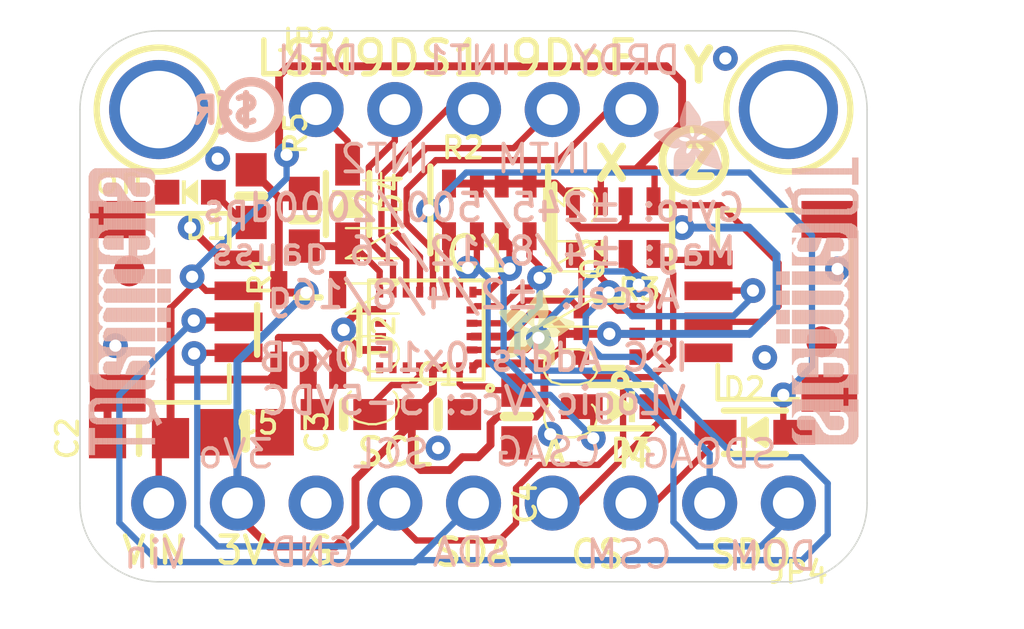
<source format=kicad_pcb>
(kicad_pcb (version 20240108) (generator "pcbnew") (generator_version "8.0")
  (layers (0 "F.Cu" signal) (31 "B.Cu" signal) (34 "B.Paste" user) (35 "F.Paste" user) (36 "B.SilkS" user "B.Silkscreen") (37 "F.SilkS" user "F.Silkscreen") (38 "B.Mask" user) (39 "F.Mask" user) (44 "Edge.Cuts" user))
  (net 0 "")
  (net 1 "GND")
  (net 2 "SDA")
  (net 3 "SCL")
  (net 4 "SCL_3V")
  (net 5 "SDA_3V")
  (net 6 "3.3V")
  (net 7 "VCC")
  (net 8 "N$1")
  (net 9 "DEN_5V")
  (net 10 "DEN_3V")
  (net 11 "CS_A/G")
  (net 12 "CS_M")
  (net 13 "SDO_M")
  (net 14 "SDO_AG")
  (net 15 "INT_M")
  (net 16 "DRDY_M")
  (net 17 "INT1_AG")
  (net 18 "INT2_AG")
  (net 19 "C1")
  (net 20 "CAP")
  (net 21 "CS_AG_5V")
  (net 22 "CS_M_5V")
  (footprint "_0805MP" (layer "F.Cu") (at 137.7061 109.2581 180)
    (property "Reference" "C2" (at 1.905 -0.762 90) (layer "F.SilkS") (effects (font (size 0.692831 0.692831) (thickness 0.119969)) (justify left bottom)))
    (property "Value" "10uF")
    (pad "1" smd rect (at -1.016 0 180) (size 1.2 1.3) (layers "F.Cu" "F.Paste" "F.Mask") (net 7 "VCC"))
    (pad "2" smd rect (at 1.016 0 180) (size 1.2 1.3) (layers "F.Cu" "F.Paste" "F.Mask") (net 1 "GND"))
  )
  (footprint "1X05_ROUND_70" (layer "F.Cu") (at 148.5011 98.6536)
    (property "Reference" "JP2" (at -6.4262 -1.8288 0) (layer "F.SilkS") (effects (font (size 0.692831 0.692831) (thickness 0.119969)) (justify left bottom)))
    (property "Value" "")
    (pad "1" thru_hole circle (at -5.08 0 90) (size 1.778 1.778) (drill 1) (layers "*.Cu" "*.Mask") (net 9 "DEN_5V"))
    (pad "2" thru_hole circle (at -2.54 0 90) (size 1.778 1.778) (drill 1) (layers "*.Cu" "*.Mask") (net 18 "INT2_AG"))
    (pad "3" thru_hole circle (at 0 0 90) (size 1.778 1.778) (drill 1) (layers "*.Cu" "*.Mask") (net 17 "INT1_AG"))
    (pad "4" thru_hole circle (at 2.54 0 90) (size 1.778 1.778) (drill 1) (layers "*.Cu" "*.Mask") (net 15 "INT_M"))
    (pad "5" thru_hole circle (at 5.08 0 90) (size 1.778 1.778) (drill 1) (layers "*.Cu" "*.Mask") (net 16 "DRDY_M"))
  )
  (footprint "LGA24_3.5X3.1MM" (layer "F.Cu") (at 146.9771 105.7656 180)
    (property "Reference" "IC1" (at -2.9 3.1 0) (layer "F.SilkS") (effects (font (size 1.117092 1.117092) (thickness 0.152908)) (justify right top)))
    (property "Value" "LSM9DS1" (hide yes))
    (pad "1" smd rect (at -1.505 -1.22 90) (size 0.35 0.23) (layers "F.Cu" "F.Paste" "F.Mask") (net 6 "3.3V"))
    (pad "2" smd rect (at -1.475 -0.645) (size 0.35 0.23) (layers "F.Cu" "F.Paste" "F.Mask") (net 4 "SCL_3V"))
    (pad "3" smd rect (at -1.475 -0.215) (size 0.35 0.23) (layers "F.Cu" "F.Paste" "F.Mask") (net 6 "3.3V"))
    (pad "4" smd rect (at -1.475 0.215) (size 0.35 0.23) (layers "F.Cu" "F.Paste" "F.Mask") (net 5 "SDA_3V"))
    (pad "5" smd rect (at -1.475 0.645) (size 0.35 0.23) (layers "F.Cu" "F.Paste" "F.Mask") (net 14 "SDO_AG"))
    (pad "6" smd rect (at -1.505 1.22 270) (size 0.35 0.23) (layers "F.Cu" "F.Paste" "F.Mask") (net 13 "SDO_M"))
    (pad "7" smd rect (at -1.075 1.22 270) (size 0.35 0.23) (layers "F.Cu" "F.Paste" "F.Mask") (net 11 "CS_A/G"))
    (pad "8" smd rect (at -0.645 1.22 270) (size 0.35 0.23) (layers "F.Cu" "F.Paste" "F.Mask") (net 12 "CS_M"))
    (pad "9" smd rect (at -0.215 1.22 270) (size 0.35 0.23) (layers "F.Cu" "F.Paste" "F.Mask") (net 16 "DRDY_M"))
    (pad "10" smd rect (at 0.215 1.22 270) (size 0.35 0.23) (layers "F.Cu" "F.Paste" "F.Mask") (net 15 "INT_M"))
    (pad "11" smd rect (at 0.645 1.22 270) (size 0.35 0.23) (layers "F.Cu" "F.Paste" "F.Mask") (net 17 "INT1_AG"))
    (pad "12" smd rect (at 1.075 1.22 270) (size 0.35 0.23) (layers "F.Cu" "F.Paste" "F.Mask") (net 18 "INT2_AG"))
    (pad "13" smd rect (at 1.505 1.22 270) (size 0.35 0.23) (layers "F.Cu" "F.Paste" "F.Mask") (net 10 "DEN_3V"))
    (pad "14" smd rect (at 1.475 0.645) (size 0.35 0.23) (layers "F.Cu" "F.Paste" "F.Mask") (net 1 "GND"))
    (pad "15" smd rect (at 1.475 0.215) (size 0.35 0.23) (layers "F.Cu" "F.Paste" "F.Mask") (net 1 "GND"))
    (pad "16" smd rect (at 1.475 -0.215) (size 0.35 0.23) (layers "F.Cu" "F.Paste" "F.Mask") (net 1 "GND"))
    (pad "17" smd rect (at 1.475 -0.645) (size 0.35 0.23) (layers "F.Cu" "F.Paste" "F.Mask") (net 1 "GND"))
    (pad "18" smd rect (at 1.505 -1.22 90) (size 0.35 0.23) (layers "F.Cu" "F.Paste" "F.Mask") (net 1 "GND"))
    (pad "19" smd rect (at 1.075 -1.22 90) (size 0.35 0.23) (layers "F.Cu" "F.Paste" "F.Mask") (net 1 "GND"))
    (pad "20" smd rect (at 0.645 -1.22 90) (size 0.35 0.23) (layers "F.Cu" "F.Paste" "F.Mask") (net 1 "GND"))
    (pad "21" smd rect (at 0.215 -1.22 90) (size 0.35 0.23) (layers "F.Cu" "F.Paste" "F.Mask") (net 20 "CAP"))
    (pad "22" smd rect (at -0.215 -1.22 90) (size 0.35 0.23) (layers "F.Cu" "F.Paste" "F.Mask") (net 6 "3.3V"))
    (pad "23" smd rect (at -0.645 -1.22 90) (size 0.35 0.23) (layers "F.Cu" "F.Paste" "F.Mask") (net 6 "3.3V"))
    (pad "24" smd rect (at -1.075 -1.22 90) (size 0.35 0.23) (layers "F.Cu" "F.Paste" "F.Mask") (net 19 "C1"))
  )
  (footprint "JST_SH4" (layer "F.Cu") (at 138.4046 105.0036 -90)
    (property "Reference" "CONN4" (at -4.6 -5.9 90) (layer "F.SilkS") (effects (font (size 1.703222 1.703222) (thickness 0.074778)) (justify right top)))
    (property "Value" "STEMMA_I2C_QT" (hide yes))
    (pad "1" smd rect (at -1.5 -2.514) (size 1.55 0.6) (layers "F.Cu" "F.Paste" "F.Mask") (net 1 "GND"))
    (pad "2" smd rect (at -0.5 -2.514) (size 1.55 0.6) (layers "F.Cu" "F.Paste" "F.Mask") (net 7 "VCC"))
    (pad "3" smd rect (at 0.5 -2.514) (size 1.55 0.6) (layers "F.Cu" "F.Paste" "F.Mask") (net 2 "SDA"))
    (pad "4" smd rect (at 1.5 -2.514) (size 1.55 0.6) (layers "F.Cu" "F.Paste" "F.Mask") (net 3 "SCL"))
    (pad "MT1" smd rect (at -2.8 1.386) (size 1.8 1.2) (layers "F.Cu" "F.Paste" "F.Mask") (net 1 "GND"))
    (pad "MT2" smd rect (at 2.8 1.386) (size 1.8 1.2) (layers "F.Cu" "F.Paste" "F.Mask") (net 1 "GND"))
  )
  (footprint "FIDUCIAL_1MM" (layer "F.Cu") (at 137.3886 103.8606)
    (property "Reference" "FID3" (hide yes))
    (property "Value" "FIDUCIAL_1MM" (hide yes))
    (pad "1" smd roundrect (at 0 0) (size 1 1) (layers "F.Cu" "F.Mask") (roundrect_rratio 0.5))
  )
  (footprint "1X09_ROUND_70" (layer "F.Cu") (at 148.5011 111.3536 180)
    (property "Reference" "JP4" (at -11.5062 -1.8288 0) (layer "F.SilkS") (effects (font (size 0.692831 0.692831) (thickness 0.119969)) (justify right top)))
    (property "Value" "PowerIO")
    (pad "1" thru_hole circle (at -10.16 0 270) (size 1.778 1.778) (drill 1) (layers "*.Cu" "*.Mask") (net 13 "SDO_M"))
    (pad "2" thru_hole circle (at -7.62 0 270) (size 1.778 1.778) (drill 1) (layers "*.Cu" "*.Mask") (net 14 "SDO_AG"))
    (pad "3" thru_hole circle (at -5.08 0 270) (size 1.778 1.778) (drill 1) (layers "*.Cu" "*.Mask") (net 22 "CS_M_5V"))
    (pad "4" thru_hole circle (at -2.54 0 270) (size 1.778 1.778) (drill 1) (layers "*.Cu" "*.Mask") (net 21 "CS_AG_5V"))
    (pad "5" thru_hole circle (at 0 0 270) (size 1.778 1.778) (drill 1) (layers "*.Cu" "*.Mask") (net 2 "SDA"))
    (pad "6" thru_hole circle (at 2.54 0 270) (size 1.778 1.778) (drill 1) (layers "*.Cu" "*.Mask") (net 3 "SCL"))
    (pad "7" thru_hole circle (at 5.08 0 270) (size 1.778 1.778) (drill 1) (layers "*.Cu" "*.Mask") (net 1 "GND"))
    (pad "8" thru_hole circle (at 7.62 0 270) (size 1.778 1.778) (drill 1) (layers "*.Cu" "*.Mask") (net 6 "3.3V"))
    (pad "9" thru_hole circle (at 10.16 0 270) (size 1.778 1.778) (drill 1) (layers "*.Cu" "*.Mask") (net 7 "VCC"))
  )
  (footprint "0603-NO" (layer "F.Cu") (at 149.8981 108.5596 -90)
    (property "Reference" "C4" (at 2.032 0.127 90) (layer "F.SilkS") (effects (font (size 0.692831 0.692831) (thickness 0.119969)) (justify right top)))
    (property "Value" "0.22uF")
    (pad "1" smd rect (at -0.85 0 270) (size 1.075 1) (layers "F.Cu" "F.Paste" "F.Mask") (net 19 "C1"))
    (pad "2" smd rect (at 0.85 0 270) (size 1.075 1) (layers "F.Cu" "F.Paste" "F.Mask") (net 1 "GND"))
  )
  (footprint "FIDUCIAL_1MM" (layer "F.Cu") (at 159.7406 106.1466)
    (property "Reference" "FID4" (hide yes))
    (property "Value" "FIDUCIAL_1MM" (hide yes))
    (pad "1" smd roundrect (at 0 0) (size 1 1) (layers "F.Cu" "F.Mask") (roundrect_rratio 0.5))
  )
  (footprint "0603-NO" (layer "F.Cu") (at 144.3101 108.4961 180)
    (property "Reference" "C5" (at 2.032 0.127 0) (layer "F.SilkS") (effects (font (size 0.692831 0.692831) (thickness 0.119969)) (justify right top)))
    (property "Value" "0.01uF")
    (pad "1" smd rect (at -0.85 0 180) (size 1.075 1) (layers "F.Cu" "F.Paste" "F.Mask") (net 20 "CAP"))
    (pad "2" smd rect (at 0.85 0 180) (size 1.075 1) (layers "F.Cu" "F.Paste" "F.Mask") (net 1 "GND"))
  )
  (footprint "SOT363" (layer "F.Cu") (at 152.8826 105.8926 90)
    (property "Reference" "Q2" (at 1.651 -0.127 90) (layer "F.SilkS") (effects (font (size 0.692831 0.692831) (thickness 0.119969)) (justify left bottom)))
    (property "Value" "BSS138")
    (pad "1" smd rect (at -0.75 0.9 90) (size 0.5 0.5) (layers "F.Cu" "F.Paste" "F.Mask") (net 4 "SCL_3V"))
    (pad "2" smd rect (at 0 0.9 90) (size 0.4 0.5) (layers "F.Cu" "F.Paste" "F.Mask") (net 6 "3.3V"))
    (pad "3" smd rect (at 0.75 0.9 90) (size 0.5 0.5) (layers "F.Cu" "F.Paste" "F.Mask") (net 2 "SDA"))
    (pad "4" smd rect (at 0.75 -0.9 90) (size 0.5 0.5) (layers "F.Cu" "F.Paste" "F.Mask") (net 5 "SDA_3V"))
    (pad "5" smd rect (at 0 -0.9 90) (size 0.4 0.5) (layers "F.Cu" "F.Paste" "F.Mask") (net 6 "3.3V"))
    (pad "6" smd rect (at -0.75 -0.9 90) (size 0.5 0.5) (layers "F.Cu" "F.Paste" "F.Mask") (net 3 "SCL"))
  )
  (footprint "SOD-323" (layer "F.Cu") (at 157.5816 109.0676)
    (property "Reference" "D2" (at -1.1 -1 0) (layer "F.SilkS") (effects (font (size 0.692831 0.692831) (thickness 0.119969)) (justify left bottom)))
    (property "Value" "1N4148")
    (pad "A" smd rect (at 1.27 0) (size 1.35 0.8) (layers "F.Cu" "F.Paste" "F.Mask") (net 12 "CS_M"))
    (pad "C" smd rect (at -1.27 0) (size 1.35 0.8) (layers "F.Cu" "F.Paste" "F.Mask") (net 22 "CS_M_5V"))
  )
  (footprint "MOUNTINGHOLE_2.5_PLATED" (layer "F.Cu") (at 158.6611 98.6536)
    (property "Reference" "U$17" (hide yes))
    (property "Value" "MOUNTINGHOLE2.5" (hide yes))
    (pad "P$1" thru_hole circle (at 0 0) (size 3.2 3.2) (drill 2.5) (layers "*.Cu" "*.Mask"))
  )
  (footprint "MOUNTINGHOLE_2.5_PLATED" (layer "F.Cu") (at 138.3411 98.6536)
    (property "Reference" "U$1" (hide yes))
    (property "Value" "MOUNTINGHOLE2.5" (hide yes))
    (pad "P$1" thru_hole circle (at 0 0) (size 3.2 3.2) (drill 2.5) (layers "*.Cu" "*.Mask"))
  )
  (footprint "0603-NO" (layer "F.Cu") (at 141.3256 101.4476 -90)
    (property "Reference" "R1" (at 1.778 0.127 90) (layer "F.SilkS") (effects (font (size 0.692831 0.692831) (thickness 0.119969)) (justify right top)))
    (property "Value" "10K")
    (pad "1" smd rect (at -0.85 0 270) (size 1.075 1) (layers "F.Cu" "F.Paste" "F.Mask") (net 6 "3.3V"))
    (pad "2" smd rect (at 0.85 0 270) (size 1.075 1) (layers "F.Cu" "F.Paste" "F.Mask") (net 8 "N$1"))
  )
  (footprint "0805-NO" (layer "F.Cu") (at 141.1351 109.0676)
    (property "Reference" "C3" (at 1.905 -0.762 90) (layer "F.SilkS") (effects (font (size 0.692831 0.692831) (thickness 0.119969)) (justify right top)))
    (property "Value" "10uF")
    (pad "1" smd rect (at -0.95 0) (size 1.24 1.5) (layers "F.Cu" "F.Paste" "F.Mask") (net 6 "3.3V"))
    (pad "2" smd rect (at 0.95 0) (size 1.24 1.5) (layers "F.Cu" "F.Paste" "F.Mask") (net 1 "GND"))
  )
  (footprint "SOD-323" (layer "F.Cu") (at 144.4371 101.7016 -90)
    (property "Reference" "D4" (at -1.1 -1 90) (layer "F.SilkS") (effects (font (size 0.692831 0.692831) (thickness 0.119969)) (justify right top)))
    (property "Value" "1N4148")
    (pad "A" smd rect (at 1.27 0 270) (size 1.35 0.8) (layers "F.Cu" "F.Paste" "F.Mask") (net 10 "DEN_3V"))
    (pad "C" smd rect (at -1.27 0 270) (size 1.35 0.8) (layers "F.Cu" "F.Paste" "F.Mask") (net 9 "DEN_5V"))
  )
  (footprint "JST_SH4" (layer "F.Cu") (at 158.5976 105.0036 90)
    (property "Reference" "CONN3" (at -4.6 -5.9 90) (layer "F.SilkS") (effects (font (size 1.703222 1.703222) (thickness 0.074778)) (justify left bottom)))
    (property "Value" "STEMMA_I2C_QT" (hide yes))
    (pad "1" smd rect (at -1.5 -2.514 180) (size 1.55 0.6) (layers "F.Cu" "F.Paste" "F.Mask") (net 1 "GND"))
    (pad "2" smd rect (at -0.5 -2.514 180) (size 1.55 0.6) (layers "F.Cu" "F.Paste" "F.Mask") (net 7 "VCC"))
    (pad "3" smd rect (at 0.5 -2.514 180) (size 1.55 0.6) (layers "F.Cu" "F.Paste" "F.Mask") (net 2 "SDA"))
    (pad "4" smd rect (at 1.5 -2.514 180) (size 1.55 0.6) (layers "F.Cu" "F.Paste" "F.Mask") (net 3 "SCL"))
    (pad "MT1" smd rect (at -2.8 1.386 180) (size 1.8 1.2) (layers "F.Cu" "F.Paste" "F.Mask") (net 1 "GND"))
    (pad "MT2" smd rect (at 2.8 1.386 180) (size 1.8 1.2) (layers "F.Cu" "F.Paste" "F.Mask") (net 1 "GND"))
  )
  (footprint "SOD-323" (layer "F.Cu") (at 153.2636 108.2421 180)
    (property "Reference" "D3" (at -1.1 -1 0) (layer "F.SilkS") (effects (font (size 0.692831 0.692831) (thickness 0.119969)) (justify right top)))
    (property "Value" "1N4148")
    (pad "A" smd rect (at 1.27 0 180) (size 1.35 0.8) (layers "F.Cu" "F.Paste" "F.Mask") (net 11 "CS_A/G"))
    (pad "C" smd rect (at -1.27 0 180) (size 1.35 0.8) (layers "F.Cu" "F.Paste" "F.Mask") (net 21 "CS_AG_5V"))
  )
  (footprint "ADAFRUIT_2.5MM" (layer "F.Cu") (at 149.3266 106.9086)
    (property "Reference" "U$10" (hide yes))
    (property "Value" "" (hide yes))
  )
  (footprint "RESPACK_4X0603" (layer "F.Cu") (at 149.0091 101.8921)
    (property "Reference" "R2" (at -1.6 -1.6 0) (layer "F.SilkS") (effects (font (size 0.692831 0.692831) (thickness 0.119969)) (justify left bottom)))
    (property "Value" "10k")
    (pad "1" smd rect (at -1.3 0.85) (size 0.45 0.9) (layers "F.Cu" "F.Paste" "F.Mask") (net 12 "CS_M"))
    (pad "2" smd rect (at -0.4 0.85) (size 0.45 0.9) (layers "F.Cu" "F.Paste" "F.Mask") (net 11 "CS_A/G"))
    (pad "3" smd rect (at 0.4 0.85) (size 0.45 0.9) (layers "F.Cu" "F.Paste" "F.Mask") (net 13 "SDO_M"))
    (pad "4" smd rect (at 1.3 0.85) (size 0.45 0.9) (layers "F.Cu" "F.Paste" "F.Mask") (net 14 "SDO_AG"))
    (pad "5" smd rect (at 1.3 -0.85) (size 0.45 0.9) (layers "F.Cu" "F.Paste" "F.Mask") (net 6 "3.3V"))
    (pad "6" smd rect (at 0.4 -0.85) (size 0.45 0.9) (layers "F.Cu" "F.Paste" "F.Mask") (net 6 "3.3V"))
    (pad "7" smd rect (at -0.4 -0.85) (size 0.45 0.9) (layers "F.Cu" "F.Paste" "F.Mask") (net 6 "3.3V"))
    (pad "8" smd rect (at -1.3 -0.85) (size 0.45 0.9) (layers "F.Cu" "F.Paste" "F.Mask") (net 6 "3.3V"))
  )
  (footprint "0603-NO" (layer "F.Cu") (at 143.0401 102.2096 90)
    (property "Reference" "R5" (at 2.032 0.127 90) (layer "F.SilkS") (effects (font (size 0.692831 0.692831) (thickness 0.119969)) (justify left bottom)))
    (property "Value" "10K")
    (pad "1" smd rect (at -0.85 0 90) (size 1.075 1) (layers "F.Cu" "F.Paste" "F.Mask") (net 10 "DEN_3V"))
    (pad "2" smd rect (at 0.85 0 90) (size 1.075 1) (layers "F.Cu" "F.Paste" "F.Mask") (net 6 "3.3V"))
  )
  (footprint "CHIPLED_0603_NOOUTLINE" (layer "F.Cu") (at 139.3571 101.3206 90)
    (property "Reference" "D1" (at -0.762 1.27 0) (layer "F.SilkS") (effects (font (size 0.692831 0.692831) (thickness 0.119969)) (justify right top)))
    (property "Value" "GREEN")
    (pad "A" smd rect (at 0 0.75 90) (size 0.8 0.8) (layers "F.Cu" "F.Paste" "F.Mask") (net 8 "N$1"))
    (pad "C" smd rect (at 0 -0.75 90) (size 0.8 0.8) (layers "F.Cu" "F.Paste" "F.Mask") (net 1 "GND"))
  )
  (footprint "RESPACK_4X0603" (layer "F.Cu") (at 153.0096 102.4636 180)
    (property "Reference" "R3" (at -1.6 -1.6 0) (layer "F.SilkS") (effects (font (size 0.692831 0.692831) (thickness 0.119969)) (justify right top)))
    (property "Value" "10K")
    (pad "1" smd rect (at -1.3 0.85 180) (size 0.45 0.9) (layers "F.Cu" "F.Paste" "F.Mask") (net 7 "VCC"))
    (pad "2" smd rect (at -0.4 0.85 180) (size 0.45 0.9) (layers "F.Cu" "F.Paste" "F.Mask") (net 6 "3.3V"))
    (pad "3" smd rect (at 0.4 0.85 180) (size 0.45 0.9) (layers "F.Cu" "F.Paste" "F.Mask") (net 7 "VCC"))
    (pad "4" smd rect (at 1.3 0.85 180) (size 0.45 0.9) (layers "F.Cu" "F.Paste" "F.Mask") (net 6 "3.3V"))
    (pad "5" smd rect (at 1.3 -0.85 180) (size 0.45 0.9) (layers "F.Cu" "F.Paste" "F.Mask") (net 5 "SDA_3V"))
    (pad "6" smd rect (at 0.4 -0.85 180) (size 0.45 0.9) (layers "F.Cu" "F.Paste" "F.Mask") (net 2 "SDA"))
    (pad "7" smd rect (at -0.4 -0.85 180) (size 0.45 0.9) (layers "F.Cu" "F.Paste" "F.Mask") (net 4 "SCL_3V"))
    (pad "8" smd rect (at -1.3 -0.85 180) (size 0.45 0.9) (layers "F.Cu" "F.Paste" "F.Mask") (net 3 "SCL"))
  )
  (footprint "0603-NO" (layer "F.Cu") (at 147.3581 108.4961)
    (property "Reference" "C1" (at -0.762 -0.889 0) (layer "F.SilkS") (effects (font (size 0.692831 0.692831) (thickness 0.119969)) (justify left bottom)))
    (property "Value" "0.1uF")
    (pad "1" smd rect (at -0.85 0) (size 1.075 1) (layers "F.Cu" "F.Paste" "F.Mask") (net 6 "3.3V"))
    (pad "2" smd rect (at 0.85 0) (size 1.075 1) (layers "F.Cu" "F.Paste" "F.Mask") (net 1 "GND"))
  )
  (footprint "SOT23-5" (layer "F.Cu") (at 143.1671 105.7656)
    (property "Reference" "U2" (at 2.032 -0.562 90) (layer "F.SilkS") (effects (font (size 0.692831 0.692831) (thickness 0.119969)) (justify right top)))
    (property "Value" "AP2112K-3.3")
    (pad "1" smd rect (at -0.95 1.3001) (size 0.55 1.2) (layers "F.Cu" "F.Paste" "F.Mask") (net 7 "VCC"))
    (pad "2" smd rect (at 0 1.3001) (size 0.55 1.2) (layers "F.Cu" "F.Paste" "F.Mask") (net 1 "GND"))
    (pad "3" smd rect (at 0.95 1.3001) (size 0.55 1.2) (layers "F.Cu" "F.Paste" "F.Mask") (net 7 "VCC"))
    (pad "4" smd rect (at 0.95 -1.3001) (size 0.55 1.2) (layers "F.Cu" "F.Paste" "F.Mask"))
    (pad "5" smd rect (at -0.95 -1.3001) (size 0.55 1.2) (layers "F.Cu" "F.Paste" "F.Mask") (net 6 "3.3V"))
  )
  (footprint "ADAFRUIT_2.5MM" (layer "B.Cu") (at 156.7561 100.8126 180)
    (property "Reference" "U$16" (hide yes))
    (property "Value" "" (hide yes))
  )
  (footprint "PCBFEAT-REV-040" (layer "B.Cu") (at 141.3256 98.6536 180)
    (property "Reference" "U$25" (hide yes))
    (property "Value" "" (hide yes))
    (fp_text user "${REV}" (at -0.3556 -0.508 0) (layer "B.SilkS") (effects (font (size 0.8128 0.8128) (thickness 0.2032)) (justify left bottom mirror)))
  )
  (footprint "STEMMAQT" (layer "B.Cu") (at 158.2801 109.4486 90)
    (property "Reference" "U$30" (hide yes))
    (property "Value" "" (hide yes))
  )
  (footprint "STEMMAQT" (layer "B.Cu") (at 138.7221 100.5586 -90)
    (property "Reference" "U$31" (hide yes))
    (property "Value" "" (hide yes))
  )
  (gr_arc (start 155.6141 101.3166) (mid 154.89568 101.01902) (end 154.5981 100.3006) (stroke (width 0.254)) (layer "F.SilkS"))
  (gr_arc (start 156.6301 100.3006) (mid 156.33252 101.01902) (end 155.6141 101.3166) (stroke (width 0.254)) (layer "F.SilkS"))
  (gr_arc (start 154.5981 100.3006) (mid 154.890467 99.576968) (end 155.614099 99.284601) (stroke (width 0.254)) (layer "F.SilkS"))
  (gr_arc (start 155.6141 99.2846) (mid 156.33252 99.58218) (end 156.6301 100.3006) (stroke (width 0.254)) (layer "F.SilkS"))
  (gr_arc (start 135.8011 98.6536) (mid 136.545049 96.857549) (end 138.3411 96.1136) (stroke (width 0.05)) (layer "Edge.Cuts"))
  (gr_line (start 161.2011 111.3536) (end 161.2011 98.6536) (stroke (width 0.05)) (layer "Edge.Cuts"))
  (gr_arc (start 138.3411 113.8936) (mid 136.545049 113.149651) (end 135.8011 111.3536) (stroke (width 0.05)) (layer "Edge.Cuts"))
  (gr_line (start 135.8011 98.6536) (end 135.8011 111.3536) (stroke (width 0.05)) (layer "Edge.Cuts"))
  (gr_arc (start 158.6611 96.1136) (mid 160.457151 96.857549) (end 161.2011 98.6536) (stroke (width 0.05)) (layer "Edge.Cuts"))
  (gr_line (start 158.6611 96.1136) (end 138.3411 96.1136) (stroke (width 0.05)) (layer "Edge.Cuts"))
  (gr_arc (start 161.2011 111.3536) (mid 160.457151 113.149651) (end 158.6611 113.8936) (stroke (width 0.05)) (layer "Edge.Cuts"))
  (gr_line (start 138.3411 113.8936) (end 158.6611 113.8936) (stroke (width 0.05)) (layer "Edge.Cuts"))
  (gr_text "SDOAG" (at 156.1211 109.7661 0) (layer "B.SilkS") (effects (font (size 0.89408 0.89408) (thickness 0.12192)) (justify mirror)))
  (gr_text "CSAG" (at 150.9141 109.7026 0) (layer "B.SilkS") (effects (font (size 0.89408 0.89408) (thickness 0.12192)) (justify mirror)))
  (gr_text "GND" (at 143.2941 112.9411 0) (layer "B.SilkS") (effects (font (size 0.89408 0.89408) (thickness 0.12192)) (justify mirror)))
  (gr_text "DOM" (at 158.1531 113.0681 0) (layer "B.SilkS") (effects (font (size 0.89408 0.89408) (thickness 0.12192)) (justify mirror)))
  (gr_text "INT1" (at 148.3106 97.0661 0) (layer "B.SilkS") (effects (font (size 0.89408 0.89408) (thickness 0.12192)) (justify mirror)))
  (gr_text "DRDY" (at 153.4541 97.0661 0) (layer "B.SilkS") (effects (font (size 0.89408 0.89408) (thickness 0.12192)) (justify mirror)))
  (gr_text "Vin" (at 138.2141 113.0046 0) (layer "B.SilkS") (effects (font (size 0.89408 0.89408) (thickness 0.12192)) (justify mirror)))
  (gr_text "I2C Addrs 0x1E,0x6B" (at 148.5011 106.6546 0) (layer "B.SilkS") (effects (font (size 0.87376 0.87376) (thickness 0.14224)) (justify mirror)))
  (gr_text "VLogic/Vcc: 3-5VDC" (at 148.5011 108.0516 0) (layer "B.SilkS") (effects (font (size 0.87376 0.87376) (thickness 0.14224)) (justify mirror)))
  (gr_text "SDA" (at 148.4376 112.9411 0) (layer "B.SilkS") (effects (font (size 0.89408 0.89408) (thickness 0.12192)) (justify mirror)))
  (gr_text "3Vo" (at 140.8176 109.7661 0) (layer "B.SilkS") (effects (font (size 0.89408 0.89408) (thickness 0.12192)) (justify mirror)))
  (gr_text "Gyro: ±245/500/2000dps\nMag: ±4/8/12/16 gauss\nAccel: ±2/4/8/16g" (at 148.5011 103.2256 0) (layer "B.SilkS") (effects (font (size 0.87376 0.87376) (thickness 0.14224)) (justify mirror)))
  (gr_text "DEN" (at 143.4846 97.0661 0) (layer "B.SilkS") (effects (font (size 0.89408 0.89408) (thickness 0.12192)) (justify mirror)))
  (gr_text "SCL" (at 145.8341 109.7661 0) (layer "B.SilkS") (effects (font (size 0.89408 0.89408) (thickness 0.12192)) (justify mirror)))
  (gr_text "CSM" (at 153.5176 113.0046 0) (layer "B.SilkS") (effects (font (size 0.89408 0.89408) (thickness 0.12192)) (justify mirror)))
  (gr_text "INTM" (at 150.7871 100.2411 0) (layer "B.SilkS") (effects (font (size 0.89408 0.89408) (thickness 0.12192)) (justify mirror)))
  (gr_text "INT2" (at 145.6436 100.2411 0) (layer "B.SilkS") (effects (font (size 0.89408 0.89408) (thickness 0.12192)) (justify mirror)))
  (gr_text "CS" (at 152.5016 113.0046 0) (layer "F.SilkS") (effects (font (size 0.87376 0.87376) (thickness 0.14224))))
  (gr_text "M" (at 153.6446 109.7661 0) (layer "F.SilkS") (effects (font (size 0.87376 0.87376) (thickness 0.14224))))
  (gr_text "SDO" (at 157.4546 113.0046 0) (layer "F.SilkS") (effects (font (size 0.87376 0.87376) (thickness 0.14224))))
  (gr_text "SDA" (at 148.5011 112.9411 0) (layer "F.SilkS") (effects (font (size 0.87376 0.87376) (thickness 0.14224))))
  (gr_text "X" (at 152.3071 101.0021 0) (layer "F.SilkS") (effects (font (size 1.016 1.016) (thickness 0.254)) (justify left bottom)))
  (gr_text "A" (at 151.1046 109.7026 0) (layer "F.SilkS") (effects (font (size 0.87376 0.87376) (thickness 0.14224))))
  (gr_text "SCL" (at 145.9611 109.7026 0) (layer "F.SilkS") (effects (font (size 0.87376 0.87376) (thickness 0.14224))))
  (gr_text "G" (at 143.5481 112.8776 0) (layer "F.SilkS") (effects (font (size 0.87376 0.87376) (thickness 0.14224))))
  (gr_text "Y" (at 155.1646 97.8271 0) (layer "F.SilkS") (effects (font (size 1.016 1.016) (thickness 0.254)) (justify left bottom)))
  (gr_text "VIN" (at 138.2141 112.8776 0) (layer "F.SilkS") (effects (font (size 0.87376 0.87376) (thickness 0.14224))))
  (gr_text "3V" (at 141.0081 112.8776 0) (layer "F.SilkS") (effects (font (size 0.87376 0.87376) (thickness 0.14224))))
  (gr_text "Z" (at 155.1646 100.9386 0) (layer "F.SilkS") (effects (font (size 1.016 1.016) (thickness 0.254)) (justify left bottom)))
  (gr_text "LSM9DS1 9DoF" (at 147.6121 97.0026 0) (layer "F.SilkS") (effects (font (size 1.0922 1.0922) (thickness 0.1778))))
  (gr_text "on" (at 136.1821 101.4476 0) (layer "F.SilkS") (effects (font (size 0.89408 0.89408) (thickness 0.12192)) (justify left bottom)))
  (segment (start 140.3971 103.5036) (end 139.3571 102.4636) (width 0.254) (layer "F.Cu") (net 1))
  (segment (start 144.8181 106.4106) (end 144.3101 105.9026) (width 0.254) (layer "F.Cu") (net 1))
  (segment (start 136.6901 108.1321) (end 137.0186 107.8036) (width 0.254) (layer "F.Cu") (net 1))
  (segment (start 145.5021 106.4106) (end 144.8181 106.4106) (width 0.254) (layer "F.Cu") (net 1))
  (segment (start 144.3101 105.9026) (end 144.3101 105.7656) (width 0.254) (layer "F.Cu") (net 1))
  (segment (start 143.1671 107.0657) (end 143.1671 108.2031) (width 0.254) (layer "F.Cu") (net 1))
  (segment (start 145.5021 105.1206) (end 144.8281 105.1206) (width 0.254) (layer "F.Cu") (net 1))
  (segment (start 144.8281 105.1206) (end 144.3101 105.6386) (width 0.254) (layer "F.Cu") (net 1))
  (segment (start 140.9186 103.5036) (end 140.3971 103.5036) (width 0.254) (layer "F.Cu") (net 1))
  (segment (start 136.6901 109.2581) (end 136.6901 108.1321) (width 0.254) (layer "F.Cu") (net 1))
  (segment (start 143.1671 108.2031) (end 143.4601 108.4961) (width 0.254) (layer "F.Cu") (net 1))
  (segment (start 144.3101 105.6386) (end 144.3101 105.7656) (width 0.254) (layer "F.Cu") (net 1))
  (via (at 140.2461 100.2411) (size 0.8001) (drill 0.3937) (layers "F.Cu" "B.Cu") (net 1))
  (via (at 147.3581 109.5756) (size 0.8001) (drill 0.3937) (layers "F.Cu" "B.Cu") (net 1))
  (via (at 144.3101 105.7656) (size 0.8001) (drill 0.3937) (layers "F.Cu" "B.Cu") (net 1))
  (via (at 157.8991 106.6546) (size 0.8001) (drill 0.3937) (layers "F.Cu" "B.Cu") (net 1))
  (via (at 136.9441 106.2736) (size 0.8001) (drill 0.3937) (layers "F.Cu" "B.Cu") (net 1))
  (via (at 150.9776 109.1311) (size 0.8001) (drill 0.3937) (layers "F.Cu" "B.Cu") (net 1))
  (via (at 139.3571 102.4636) (size 0.8001) (drill 0.3937) (layers "F.Cu" "B.Cu") (net 1))
  (via (at 156.6291 97.0026) (size 0.8001) (drill 0.3937) (layers "F.Cu" "B.Cu") (net 1))
  (via (at 160.2486 103.7971) (size 0.8001) (drill 0.3937) (layers "F.Cu" "B.Cu") (net 1))
  (segment (start 152.8636 104.5591) (end 152.8636 104.8576) (width 0.2032) (layer "F.Cu") (net 2))
  (segment (start 152.8636 104.4956) (end 152.8636 104.5591) (width 0.2032) (layer "F.Cu") (net 2))
  (segment (start 156.0916 104.4956) (end 157.5181 104.4956) (width 0.2032) (layer "F.Cu") (net 2))
  (segment (start 152.9466 104.4126) (end 152.8636 104.4956) (width 0.2032) (layer "F.Cu") (net 2))
  (segment (start 152.6096 103.3136) (end 152.6096 104.0756) (width 0.2032) (layer "F.Cu") (net 2))
  (segment (start 153.1486 105.1426) (end 153.7826 105.1426) (width 0.2032) (layer "F.Cu") (net 2))
  (segment (start 152.8636 104.8576) (end 153.1486 105.1426) (width 0.2032) (layer "F.Cu") (net 2))
  (segment (start 156.0836 104.5036) (end 156.0916 104.4956) (width 0.2032) (layer "F.Cu") (net 2))
  (segment (start 140.9186 105.5036) (end 140.8758 105.4608) (width 0.2032) (layer "F.Cu") (net 2))
  (segment (start 152.9466 104.4126) (end 152.6096 104.0756) (width 0.2032) (layer "F.Cu") (net 2))
  (segment (start 140.8758 105.4608) (end 139.4739 105.4608) (width 0.2032) (layer "F.Cu") (net 2))
  (via (at 152.8636 104.5591) (size 0.8001) (drill 0.3937) (layers "F.Cu" "B.Cu") (net 2))
  (via (at 157.5181 104.4956) (size 0.8001) (drill 0.3937) (layers "F.Cu" "B.Cu") (net 2))
  (via (at 139.4739 105.4608) (size 0.8001) (drill 0.3937) (layers "F.Cu" "B.Cu") (net 2))
  (segment (start 152.1206 106.1466) (end 152.60955 106.63555) (width 0.2032) (layer "B.Cu") (net 2))
  (segment (start 137.0711 111.9886) (end 138.3411 113.2586) (width 0.2032) (layer "B.Cu") (net 2))
  (segment (start 146.6596 113.1951) (end 148.5011 111.3536) (width 0.2032) (layer "B.Cu") (net 2))
  (segment (start 159.9311 112.3696) (end 159.1056 113.1951) (width 0.2032) (layer "B.Cu") (net 2))
  (segment (start 152.1206 105.3021) (end 152.1206 106.1466) (width 0.2032) (layer "B.Cu") (net 2))
  (segment (start 146.5961 113.2586) (end 146.6596 113.1951) (width 0.2032) (layer "B.Cu") (net 2))
  (segment (start 146.6596 113.1951) (end 159.1056 113.1951) (width 0.2032) (layer "B.Cu") (net 2))
  (segment (start 159.08655 109.87405) (end 159.9311 110.7186) (width 0.2032) (layer "B.Cu") (net 2))
  (segment (start 152.8636 104.5591) (end 152.1206 105.3021) (width 0.2032) (layer "B.Cu") (net 2))
  (segment (start 137.0711 107.8636) (end 137.0711 111.9886) (width 0.2032) (layer "B.Cu") (net 2))
  (segment (start 157.5181 104.6861) (end 156.8831 105.3211) (width 0.2032) (layer "B.Cu") (net 2))
  (segment (start 139.4739 105.4608) (end 137.0711 107.8636) (width 0.2032) (layer "B.Cu") (net 2))
  (segment (start 156.8831 105.3211) (end 153.625603 105.3211) (width 0.2032) (layer "B.Cu") (net 2))
  (segment (start 152.60955 106.63555) (end 153.719868 106.63555) (width 0.2032) (layer "B.Cu") (net 2))
  (segment (start 153.719868 106.63555) (end 156.958368 109.87405) (width 0.2032) (layer "B.Cu") (net 2))
  (segment (start 138.3411 113.2586) (end 146.5961 113.2586) (width 0.2032) (layer "B.Cu") (net 2))
  (segment (start 159.9311 110.7186) (end 159.9311 112.3696) (width 0.2032) (layer "B.Cu") (net 2))
  (segment (start 152.8636 104.5591) (end 153.625603 105.3211) (width 0.2032) (layer "B.Cu") (net 2))
  (segment (start 157.5181 104.4956) (end 157.5181 104.6861) (width 0.2032) (layer "B.Cu") (net 2))
  (segment (start 156.958368 109.87405) (end 159.08655 109.87405) (width 0.2032) (layer "B.Cu") (net 2))
  (segment (start 154.9446 103.9486) (end 154.9446 106.6246) (width 0.2032) (layer "F.Cu") (net 3))
  (segment (start 153.3271 109.3216) (end 152.527 110.1217) (width 0.2032) (layer "F.Cu") (net 3))
  (segment (start 139.4841 106.5036) (end 139.4841 106.5276) (width 0.2032) (layer "F.Cu") (net 3))
  (segment (start 146.6596 112.5601) (end 145.9611 111.8616) (width 0.2032) (layer "F.Cu") (net 3))
  (segment (start 152.2476 107.2896) (end 153.3271 107.2896) (width 0.2032) (layer "F.Cu") (net 3))
  (segment (start 152.527 110.1217) (end 150.620631 110.1217) (width 0.2032) (layer "F.Cu") (net 3))
  (segment (start 145.9611 111.8616) (end 145.9611 111.6076) (width 0.2032) (layer "F.Cu") (net 3))
  (segment (start 151.9826 106.6426) (end 151.9821 106.6431) (width 0.2032) (layer "F.Cu") (net 3))
  (segment (start 140.9186 106.5036) (end 139.4841 106.5036) (width 0.2032) (layer "F.Cu") (net 3))
  (segment (start 152.2476 107.2896) (end 151.9821 107.0241) (width 0.2032) (layer "F.Cu") (net 3))
  (segment (start 151.9821 107.0241) (end 151.9821 106.6431) (width 0.2032) (layer "F.Cu") (net 3))
  (segment (start 150.620631 110.1217) (end 149.8727 110.869632) (width 0.2032) (layer "F.Cu") (net 3))
  (segment (start 149.8727 112.014) (end 149.3266 112.5601) (width 0.2032) (layer "F.Cu") (net 3))
  (segment (start 154.3096 103.3136) (end 154.9446 103.9486) (width 0.2032) (layer "F.Cu") (net 3))
  (segment (start 154.2796 107.2896) (end 153.3271 107.2896) (width 0.2032) (layer "F.Cu") (net 3))
  (segment (start 154.4996 103.5036) (end 154.3096 103.3136) (width 0.2032) (layer "F.Cu") (net 3))
  (segment (start 156.0836 103.5036) (end 154.4996 103.5036) (width 0.2032) (layer "F.Cu") (net 3))
  (segment (start 149.3266 112.5601) (end 146.6596 112.5601) (width 0.2032) (layer "F.Cu") (net 3))
  (segment (start 153.3271 107.2896) (end 153.3271 109.3216) (width 0.2032) (layer "F.Cu") (net 3))
  (segment (start 145.9611 111.6076) (end 145.9611 111.3536) (width 0.254) (layer "F.Cu") (net 3))
  (segment (start 154.9446 106.6246) (end 154.2796 107.2896) (width 0.2032) (layer "F.Cu") (net 3))
  (segment (start 149.8727 110.869632) (end 149.8727 112.014) (width 0.2032) (layer "F.Cu") (net 3))
  (via (at 139.4841 106.5276) (size 0.8001) (drill 0.3937) (layers "F.Cu" "B.Cu") (net 3))
  (segment (start 139.5857 112.0902) (end 140.2461 112.7506) (width 0.2032) (layer "B.Cu") (net 3))
  (segment (start 144.5641 112.7506) (end 145.9611 111.3536) (width 0.2032) (layer "B.Cu") (net 3))
  (segment (start 139.4841 106.5276) (end 139.5857 106.6292) (width 0.2032) (layer "B.Cu") (net 3))
  (segment (start 139.5857 106.6292) (end 139.5857 112.0902) (width 0.2032) (layer "B.Cu") (net 3))
  (segment (start 140.2461 112.7506) (end 144.5641 112.7506) (width 0.2032) (layer "B.Cu") (net 3))
  (segment (start 154.4874 104.7089) (end 154.0836 104.3051) (width 0.2032) (layer "F.Cu") (net 4))
  (segment (start 153.7826 106.6426) (end 154.1184 106.6426) (width 0.2032) (layer "F.Cu") (net 4))
  (segment (start 153.4096 103.6311) (end 154.0836 104.3051) (width 0.254) (layer "F.Cu") (net 4))
  (segment (start 154.4874 104.7089) (end 154.4874 106.2736) (width 0.2032) (layer "F.Cu") (net 4))
  (segment (start 154.4874 106.2736) (end 154.1184 106.6426) (width 0.2032) (layer "F.Cu") (net 4))
  (segment (start 153.8351 104.3051) (end 154.0836 104.3051) (width 0.2032) (layer "F.Cu") (net 4))
  (segment (start 153.4096 103.3136) (end 153.4096 103.6311) (width 0.254) (layer "F.Cu") (net 4))
  (segment (start 150.2056 106.4106) (end 148.4521 106.4106) (width 0.2032) (layer "F.Cu") (net 4))
  (segment (start 150.5966 106.0196) (end 150.2056 106.4106) (width 0.2032) (layer "F.Cu") (net 4))
  (via (at 150.5966 106.0196) (size 0.8001) (drill 0.3937) (layers "F.Cu" "B.Cu") (net 4))
  (via (at 153.8351 104.3051) (size 0.8001) (drill 0.3937) (layers "F.Cu" "B.Cu") (net 4))
  (segment (start 150.5966 106.0196) (end 150.5966 105.7656) (width 0.2032) (layer "B.Cu") (net 4))
  (segment (start 150.5966 105.7656) (end 152.48255 103.87965) (width 0.2032) (layer "B.Cu") (net 4))
  (segment (start 152.48255 103.87965) (end 153.40965 103.87965) (width 0.2032) (layer "B.Cu") (net 4))
  (segment (start 153.40965 103.87965) (end 153.8351 104.3051) (width 0.2032) (layer "B.Cu") (net 4))
  (segment (start 151.9826 103.5866) (end 151.7096 103.3136) (width 0.2032) (layer "F.Cu") (net 5))
  (segment (start 149.422337 105.5506) (end 150.155968 104.816969) (width 0.2032) (layer "F.Cu") (net 5))
  (segment (start 151.656968 104.816969) (end 150.155968 104.816969) (width 0.2032) (layer "F.Cu") (net 5))
  (segment (start 148.4521 105.5506) (end 149.422337 105.5506) (width 0.2032) (layer "F.Cu") (net 5))
  (segment (start 151.9826 103.5866) (end 151.9826 105.1426) (width 0.2032) (layer "F.Cu") (net 5))
  (segment (start 151.9826 105.1426) (end 151.656968 104.816969) (width 0.2032) (layer "F.Cu") (net 5))
  (segment (start 152.8826 105.8926) (end 153.7826 105.8926) (width 0.254) (layer "F.Cu") (net 6))
  (segment (start 149.27955 108.5596) (end 149.0504 108.78875) (width 0.254) (layer "F.Cu") (net 6))
  (segment (start 151.9826 105.8926) (end 152.8826 105.8926) (width 0.254) (layer "F.Cu") (net 6))
  (segment (start 153.4096 102.2541) (end 153.2001 102.4636) (width 0.254) (layer "F.Cu") (net 6))
  (segment (start 146.7993 110.2868) (end 147.7264 110.2868) (width 0.254) (layer "F.Cu") (net 6))
  (segment (start 150.7871 108.28915) (end 150.51665 108.5596) (width 0.254) (layer "F.Cu") (net 6))
  (segment (start 153.2001 102.4636) (end 151.9301 102.4636) (width 0.254) (layer "F.Cu") (net 6))
  (segment (start 148.6091 101.0421) (end 147.7091 101.0421) (width 0.254) (layer "F.Cu") (net 6))
  (segment (start 149.0504 109.4708) (end 149.0504 108.78875) (width 0.254) (layer "F.Cu") (net 6))
  (segment (start 151.9301 102.4636) (end 151.7096 102.2431) (width 0.254) (layer "F.Cu") (net 6))
  (segment (start 141.8971 112.7506) (end 144.0561 112.7506) (width 0.254) (layer "F.Cu") (net 6))
  (segment (start 142.3441 104.5591) (end 142.2505 104.4655) (width 0.254) (layer "F.Cu") (net 6))
  (segment (start 151.549109 105.8926) (end 150.914109 105.2576) (width 0.254) (layer "F.Cu") (net 6))
  (segment (start 151.7096 101.6136) (end 151.1381 101.0421) (width 0.254) (layer "F.Cu") (net 6))
  (segment (start 147.6221 106.9856) (end 147.1921 106.9856) (width 0.254) (layer "F.Cu") (net 6))
  (segment (start 144.6911 112.1156) (end 144.0561 112.7506) (width 0.254) (layer "F.Cu") (net 6))
  (segment (start 146.5081 109.9956) (end 146.7993 110.2868) (width 0.254) (layer "F.Cu") (net 6))
  (segment (start 150.7871 106.8451) (end 150.7871 108.28915) (width 0.254) (layer "F.Cu") (net 6))
  (segment (start 150.8506 106.8451) (end 151.3586 106.3371) (width 0.254) (layer "F.Cu") (net 6))
  (segment (start 150.8506 106.8451) (end 150.7871 106.8451) (width 0.254) (layer "F.Cu") (net 6))
  (segment (start 153.2001 102.4636) (end 155.2321 102.4636) (width 0.254) (layer "F.Cu") (net 6))
  (segment (start 144.6911 112.1156) (end 144.6911 110.5916) (width 0.254) (layer "F.Cu") (net 6))
  (segment (start 142.2171 101.4891) (end 141.3256 100.5976) (width 0.254) (layer "F.Cu") (net 6))
  (segment (start 142.2171 104.4655) (end 142.2505 104.4655) (width 0.254) (layer "F.Cu") (net 6))
  (segment (start 146.5081 108.4961) (end 146.5081 109.9956) (width 0.254) (layer "F.Cu") (net 6))
  (segment (start 150.51665 108.5596) (end 149.27955 108.5596) (width 0.254) (layer "F.Cu") (net 6))
  (segment (start 148.4821 106.9856) (end 148.6226 106.8451) (width 0.254) (layer "F.Cu") (net 6))
  (segment (start 147.1921 107.8121) (end 146.5081 108.4961) (width 0.254) (layer "F.Cu") (net 6))
  (segment (start 149.4091 101.0421) (end 150.3091 101.0421) (width 0.254) (layer "F.Cu") (net 6))
  (segment (start 151.9826 105.8926) (end 151.549109 105.8926) (width 0.254) (layer "F.Cu") (net 6))
  (segment (start 150.914109 105.2576) (end 150.3426 105.2576) (width 0.254) (layer "F.Cu") (net 6))
  (segment (start 143.1061 104.5591) (end 142.3441 104.5591) (width 0.254) (layer "F.Cu") (net 6))
  (segment (start 151.3586 105.95611) (end 151.422109 105.8926) (width 0.254) (layer "F.Cu") (net 6))
  (segment (start 142.2505 104.4655) (end 142.2171 104.4321) (width 0.254) (layer "F.Cu") (net 6))
  (segment (start 147.1921 106.9856) (end 147.1921 107.8121) (width 0.254) (layer "F.Cu") (net 6))
  (segment (start 144.6911 110.5916) (end 146.5081 108.7746) (width 0.254) (layer "F.Cu") (net 6))
  (segment (start 151.549109 105.8926) (end 151.422109 105.8926) (width 0.254) (layer "F.Cu") (net 6))
  (segment (start 142.9106 101.4891) (end 142.2171 101.4891) (width 0.254) (layer "F.Cu") (net 6))
  (segment (start 148.1408 109.8724) (end 148.6488 109.8724) (width 0.254) (layer "F.Cu") (net 6))
  (segment (start 148.6488 109.8724) (end 149.0504 109.4708) (width 0.254) (layer "F.Cu") (net 6))
  (segment (start 147.7264 110.2868) (end 148.1408 109.8724) (width 0.254) (layer "F.Cu") (net 6))
  (segment (start 148.6091 101.0421) (end 149.4091 101.0421) (width 0.254) (layer "F.Cu") (net 6))
  (segment (start 142.2171 101.4891) (end 142.2171 104.4321) (width 0.254) (layer "F.Cu") (net 6))
  (segment (start 151.1381 101.0421) (end 150.3091 101.0421) (width 0.254) (layer "F.Cu") (net 6))
  (segment (start 151.3586 106.3371) (end 151.3586 105.95611) (width 0.254) (layer "F.Cu") (net 6))
  (segment (start 146.5081 108.7746) (end 146.5081 108.4961) (width 0.254) (layer "F.Cu") (net 6))
  (segment (start 140.8811 109.7636) (end 140.8811 111.3536) (width 0.254) (layer "F.Cu") (net 6))
  (segment (start 148.4521 105.9806) (end 149.6196 105.9806) (width 0.254) (layer "F.Cu") (net 6))
  (segment (start 150.7871 106.8451) (end 148.6226 106.8451) (width 0.254) (layer "F.Cu") (net 6))
  (segment (start 140.1851 109.0676) (end 140.8811 109.7636) (width 0.254) (layer "F.Cu") (net 6))
  (segment (start 149.6196 105.9806) (end 150.3426 105.2576) (width 0.254) (layer "F.Cu") (net 6))
  (segment (start 140.8811 111.7346) (end 140.8811 111.3536) (width 0.254) (layer "F.Cu") (net 6))
  (segment (start 153.4096 101.6136) (end 153.4096 102.2541) (width 0.254) (layer "F.Cu") (net 6))
  (segment (start 143.0401 101.3596) (end 142.9106 101.4891) (width 0.254) (layer "F.Cu") (net 6))
  (segment (start 151.7096 101.6136) (end 151.7096 102.2431) (width 0.254) (layer "F.Cu") (net 6))
  (segment (start 141.8971 112.7506) (end 140.8811 111.7346) (width 0.254) (layer "F.Cu") (net 6))
  (via (at 155.2321 102.4636) (size 0.8001) (drill 0.3937) (layers "F.Cu" "B.Cu") (net 6))
  (via (at 152.8826 105.8926) (size 0.8001) (drill 0.3937) (layers "F.Cu" "B.Cu") (net 6))
  (via (at 143.1061 104.5591) (size 0.8001) (drill 0.3937) (layers "F.Cu" "B.Cu") (net 6))
  (segment (start 140.8811 111.3536) (end 140.8811 106.7841) (width 0.254) (layer "B.Cu") (net 6))
  (segment (start 155.2321 102.4636) (end 157.3911 102.4636) (width 0.254) (layer "B.Cu") (net 6))
  (segment (start 140.8811 106.7841) (end 143.1061 104.5591) (width 0.254) (layer "B.Cu") (net 6))
  (segment (start 158.2801 103.3526) (end 158.2801 105.022788) (width 0.254) (layer "B.Cu") (net 6))
  (segment (start 158.2801 105.022788) (end 157.410287 105.8926) (width 0.254) (layer "B.Cu") (net 6))
  (segment (start 157.410287 105.8926) (end 152.8826 105.8926) (width 0.254) (layer "B.Cu") (net 6))
  (segment (start 157.3911 102.4636) (end 158.2801 103.3526) (width 0.254) (layer "B.Cu") (net 6))
  (segment (start 142.2171 106.0196) (end 143.5481 106.0196) (width 0.254) (layer "F.Cu") (net 7))
  (segment (start 154.7241 97.2566) (end 142.5321 97.2566) (width 0.254) (layer "F.Cu") (net 7))
  (segment (start 139.4206 104.3686) (end 138.7246 105.0646) (width 0.2032) (layer "F.Cu") (net 7))
  (segment (start 142.2171 107.0657) (end 142.2171 106.0196) (width 0.254) (layer "F.Cu") (net 7))
  (segment (start 153.7716 100.5586) (end 155.2321 99.0981) (width 0.254) (layer "F.Cu") (net 7))
  (segment (start 138.7246 107.367325) (end 138.7246 109.2556) (width 0.254) (layer "F.Cu") (net 7))
  (segment (start 138.7221 109.2581) (end 138.7246 109.2556) (width 0.254) (layer "F.Cu") (net 7))
  (segment (start 138.3411 111.3536) (end 138.3411 109.2581) (width 0.2032) (layer "F.Cu") (net 7))
  (segment (start 152.8191 100.5586) (end 153.7716 100.5586) (width 0.2032) (layer "F.Cu") (net 7))
  (segment (start 138.7246 105.0646) (end 138.7246 107.367325) (width 0.254) (layer "F.Cu") (net 7))
  (segment (start 140.9186 104.5036) (end 139.8731 104.5036) (width 0.2032) (layer "F.Cu") (net 7))
  (segment (start 142.2171 107.0657) (end 141.915475 107.367325) (width 0.254) (layer "F.Cu") (net 7))
  (segment (start 158.3436 105.0036) (end 158.3436 103.6066) (width 0.2032) (layer "F.Cu") (net 7))
  (segment (start 153.7716 100.5586) (end 154.3431 100.5586) (width 0.2032) (layer "F.Cu") (net 7))
  (segment (start 156.4776 101.7406) (end 154.4366 101.7406) (width 0.2032) (layer "F.Cu") (net 7))
  (segment (start 158.3436 103.6066) (end 156.4776 101.7406) (width 0.2032) (layer "F.Cu") (net 7))
  (segment (start 139.4206 104.0511) (end 139.4206 104.3686) (width 0.2032) (layer "F.Cu") (net 7))
  (segment (start 138.7221 109.2581) (end 138.3411 109.2581) (width 0.2032) (layer "F.Cu") (net 7))
  (segment (start 139.8731 104.5036) (end 139.4206 104.0511) (width 0.2032) (layer "F.Cu") (net 7))
  (segment (start 154.4366 101.7406) (end 154.3096 101.6136) (width 0.2032) (layer "F.Cu") (net 7))
  (segment (start 142.2273 99.8728) (end 142.4686 100.1141) (width 0.254) (layer "F.Cu") (net 7))
  (segment (start 152.6096 101.6136) (end 152.6096 100.7681) (width 0.2032) (layer "F.Cu") (net 7))
  (segment (start 142.5321 97.2566) (end 142.2273 97.5614) (width 0.254) (layer "F.Cu") (net 7))
  (segment (start 154.3431 100.5586) (end 154.3431 101.5801) (width 0.2032) (layer "F.Cu") (net 7))
  (segment (start 143.5481 106.0196) (end 144.1171 106.5886) (width 0.254) (layer "F.Cu") (net 7))
  (segment (start 144.1171 106.5886) (end 144.1171 107.0657) (width 0.254) (layer "F.Cu") (net 7))
  (segment (start 154.3431 101.5801) (end 154.3096 101.6136) (width 0.2032) (layer "F.Cu") (net 7))
  (segment (start 142.2273 97.5614) (end 142.2273 99.8728) (width 0.254) (layer "F.Cu") (net 7))
  (segment (start 157.8436 105.5036) (end 158.3436 105.0036) (width 0.2032) (layer "F.Cu") (net 7))
  (segment (start 155.2321 99.0981) (end 155.2321 97.7646) (width 0.254) (layer "F.Cu") (net 7))
  (segment (start 152.6096 100.7681) (end 152.8191 100.5586) (width 0.2032) (layer "F.Cu") (net 7))
  (segment (start 141.915475 107.367325) (end 138.7246 107.367325) (width 0.254) (layer "F.Cu") (net 7))
  (segment (start 156.0836 105.5036) (end 157.8436 105.5036) (width 0.2032) (layer "F.Cu") (net 7))
  (segment (start 155.2321 97.7646) (end 154.7241 97.2566) (width 0.254) (layer "F.Cu") (net 7))
  (via (at 142.4686 100.1141) (size 0.8001) (drill 0.3937) (layers "F.Cu" "B.Cu") (net 7))
  (via (at 139.4206 104.0511) (size 0.8001) (drill 0.3937) (layers "F.Cu" "B.Cu") (net 7))
  (segment (start 142.4686 100.1141) (end 142.4686 100.8761) (width 0.2032) (layer "B.Cu") (net 7))
  (segment (start 139.4206 103.9241) (end 139.4206 104.0511) (width 0.2032) (layer "B.Cu") (net 7))
  (segment (start 142.4686 100.8761) (end 139.4206 103.9241) (width 0.2032) (layer "B.Cu") (net 7))
  (segment (start 141.0841 102.2976) (end 141.3256 102.2976) (width 0.2032) (layer "F.Cu") (net 8))
  (segment (start 140.1071 101.3206) (end 141.0841 102.2976) (width 0.2032) (layer "F.Cu") (net 8))
  (segment (start 144.4371 99.6696) (end 143.4211 98.6536) (width 0.2032) (layer "F.Cu") (net 9))
  (segment (start 144.4371 99.6696) (end 144.4371 100.4316) (width 0.2032) (layer "F.Cu") (net 9))
  (segment (start 144.4371 102.9716) (end 144.5641 102.9716) (width 0.2032) (layer "F.Cu") (net 10))
  (segment (start 145.4721 104.5456) (end 145.4721 103.8796) (width 0.2032) (layer "F.Cu") (net 10))
  (segment (start 144.1441 103.0596) (end 144.4371 103.3526) (width 0.254) (layer "F.Cu") (net 10))
  (segment (start 143.0401 103.0596) (end 144.1441 103.0596) (width 0.254) (layer "F.Cu") (net 10))
  (segment (start 144.4371 102.9716) (end 144.4371 103.3526) (width 0.2032) (layer "F.Cu") (net 10))
  (segment (start 145.4721 103.8796) (end 144.5641 102.9716) (width 0.2032) (layer "F.Cu") (net 10))
  (segment (start 152.36635 108.61485) (end 152.36635 109.2581) (width 0.2032) (layer "F.Cu") (net 11))
  (segment (start 148.40785 103.76735) (end 148.321125 103.76735) (width 0.2032) (layer "F.Cu") (net 11))
  (segment (start 148.0521 104.5456) (end 148.0623 104.5354) (width 0.2032) (layer "F.Cu") (net 11))
  (segment (start 148.448125 103.807625) (end 148.6091 103.64665) (width 0.2032) (layer "F.Cu") (net 11))
  (segment (start 148.0623 104.19345) (end 148.448125 103.807625) (width 0.2032) (layer "F.Cu") (net 11))
  (segment (start 148.6091 103.64665) (end 148.6091 102.7421) (width 0.2032) (layer "F.Cu") (net 11))
  (segment (start 151.9936 108.2421) (end 152.36635 108.61485) (width 0.2032) (layer "F.Cu") (net 11))
  (segment (start 148.0623 104.19345) (end 148.0623 104.5354) (width 0.2032) (layer "F.Cu") (net 11))
  (segment (start 148.448125 103.807625) (end 148.40785 103.76735) (width 0.2032) (layer "F.Cu") (net 11))
  (via (at 148.321125 103.76735) (size 0.8001) (drill 0.3937) (layers "F.Cu" "B.Cu") (net 11))
  (via (at 152.36635 109.2581) (size 0.8001) (drill 0.3937) (layers "F.Cu" "B.Cu") (net 11))
  (segment (start 150.96935 107.8611) (end 150.0886 107.8611) (width 0.2032) (layer "B.Cu") (net 11))
  (segment (start 148.956125 104.08485) (end 148.638625 103.76735) (width 0.2032) (layer "B.Cu") (net 11))
  (segment (start 150.0886 107.8611) (end 148.956125 106.728625) (width 0.2032) (layer "B.Cu") (net 11))
  (segment (start 152.36635 109.2581) (end 150.96935 107.8611) (width 0.2032) (layer "B.Cu") (net 11))
  (segment (start 148.321125 103.76735) (end 148.638625 103.76735) (width 0.2032) (layer "B.Cu") (net 11))
  (segment (start 148.956125 104.08485) (end 148.956125 106.728625) (width 0.2032) (layer "B.Cu") (net 11))
  (segment (start 147.6221 104.5456) (end 147.6221 102.8291) (width 0.2032) (layer "F.Cu") (net 12))
  (segment (start 147.6221 102.8291) (end 147.7091 102.7421) (width 0.2032) (layer "F.Cu") (net 12))
  (segment (start 147.7091 102.567) (end 147.04695 101.90485) (width 0.2032) (layer "F.Cu") (net 12))
  (segment (start 158.4979 107.8611) (end 158.4979 108.7139) (width 0.2032) (layer "F.Cu") (net 12))
  (segment (start 147.7091 102.7421) (end 147.7091 102.567) (width 0.2032) (layer "F.Cu") (net 12))
  (segment (start 158.8516 109.0676) (end 158.4979 108.7139) (width 0.2032) (layer "F.Cu") (net 12))
  (via (at 158.4979 107.8611) (size 0.8001) (drill 0.3937) (layers "F.Cu" "B.Cu") (net 12))
  (via (at 147.04695 101.90485) (size 0.8001) (drill 0.3937) (layers "F.Cu" "B.Cu") (net 12))
  (segment (start 148.2662 100.6856) (end 157.3911 100.6856) (width 0.2032) (layer "B.Cu") (net 12))
  (segment (start 147.04695 101.90485) (end 148.2662 100.6856) (width 0.2032) (layer "B.Cu") (net 12))
  (segment (start 159.4231 102.7176) (end 159.4231 106.9359) (width 0.2032) (layer "B.Cu") (net 12))
  (segment (start 158.4979 107.8611) (end 159.4231 106.9359) (width 0.2032) (layer "B.Cu") (net 12))
  (segment (start 157.3911 100.6856) (end 159.4231 102.7176) (width 0.2032) (layer "B.Cu") (net 12))
  (segment (start 149.6631 102.9961) (end 149.6631 103.7853) (width 0.2032) (layer "F.Cu") (net 13))
  (segment (start 148.4821 104.5456) (end 148.9591 104.5456) (width 0.2032) (layer "F.Cu") (net 13))
  (segment (start 148.9591 104.5456) (end 149.6631 103.8416) (width 0.2032) (layer "F.Cu") (net 13))
  (segment (start 149.6631 102.9961) (end 149.4091 102.7421) (width 0.2032) (layer "F.Cu") (net 13))
  (segment (start 149.6631 103.8416) (end 149.6631 103.7853) (width 0.2032) (layer "F.Cu") (net 13))
  (via (at 149.6631 103.7853) (size 0.8001) (drill 0.3937) (layers "F.Cu" "B.Cu") (net 13))
  (segment (start 158.6611 111.8616) (end 158.6611 111.3536) (width 0.2032) (layer "B.Cu") (net 13))
  (segment (start 157.7721 112.7506) (end 158.6611 111.8616) (width 0.2032) (layer "B.Cu") (net 13))
  (segment (start 153.277231 107.46105) (end 154.9527 109.136519) (width 0.2032) (layer "B.Cu") (net 13))
  (segment (start 149.4726 106.649307) (end 150.284343 107.46105) (width 0.2032) (layer "B.Cu") (net 13))
  (segment (start 155.7401 112.7506) (end 157.7721 112.7506) (width 0.2032) (layer "B.Cu") (net 13))
  (segment (start 154.9527 111.9632) (end 155.7401 112.7506) (width 0.2032) (layer "B.Cu") (net 13))
  (segment (start 154.9527 109.136519) (end 154.9527 111.9632) (width 0.2032) (layer "B.Cu") (net 13))
  (segment (start 149.4726 103.9758) (end 149.4726 106.649307) (width 0.2032) (layer "B.Cu") (net 13))
  (segment (start 149.6631 103.7853) (end 149.4726 103.9758) (width 0.2032) (layer "B.Cu") (net 13))
  (segment (start 150.284343 107.46105) (end 153.277231 107.46105) (width 0.2032) (layer "B.Cu") (net 13))
  (segment (start 150.316625 104.40125) (end 150.023268 104.40125) (width 0.2032) (layer "F.Cu") (net 14))
  (segment (start 150.634125 103.70275) (end 150.3091 103.377725) (width 0.2032) (layer "F.Cu") (net 14))
  (segment (start 149.424518 105) (end 150.023268 104.40125) (width 0.2032) (layer "F.Cu") (net 14))
  (segment (start 150.316625 104.40125) (end 150.634125 104.08375) (width 0.2032) (layer "F.Cu") (net 14))
  (segment (start 150.3091 102.7421) (end 150.3091 103.377725) (width 0.2032) (layer "F.Cu") (net 14))
  (segment (start 150.634125 103.70275) (end 150.634125 104.08375) (width 0.2032) (layer "F.Cu") (net 14))
  (segment (start 148.4521 105.1206) (end 148.5727 105) (width 0.2032) (layer "F.Cu") (net 14))
  (segment (start 148.5727 105) (end 149.424518 105) (width 0.2032) (layer "F.Cu") (net 14))
  (via (at 150.634125 104.08375) (size 0.8001) (drill 0.3937) (layers "F.Cu" "B.Cu") (net 14))
  (segment (start 150.634125 104.957688) (end 150.634125 104.08375) (width 0.2032) (layer "B.Cu") (net 14))
  (segment (start 156.1211 109.7661) (end 156.1211 111.3536) (width 0.2032) (layer "B.Cu") (net 14))
  (segment (start 149.91715 106.491538) (end 150.505662 107.08005) (width 0.2032) (layer "B.Cu") (net 14))
  (segment (start 150.505662 107.08005) (end 153.43505 107.08005) (width 0.2032) (layer "B.Cu") (net 14))
  (segment (start 156.1211 109.7661) (end 153.43505 107.08005) (width 0.2032) (layer "B.Cu") (net 14))
  (segment (start 149.91715 105.674663) (end 149.91715 106.491538) (width 0.2032) (layer "B.Cu") (net 14))
  (segment (start 149.91715 105.674663) (end 150.634125 104.957688) (width 0.2032) (layer "B.Cu") (net 14))
  (segment (start 146.7729 103.4024) (end 145.9357 102.5652) (width 0.2032) (layer "F.Cu") (net 15))
  (segment (start 149.7965 99.8982) (end 151.0411 98.6536) (width 0.2032) (layer "F.Cu") (net 15))
  (segment (start 145.9357 102.5652) (end 145.9357 100.942032) (width 0.2032) (layer "F.Cu") (net 15))
  (segment (start 146.7621 104.5456) (end 146.7729 104.5348) (width 0.2032) (layer "F.Cu") (net 15))
  (segment (start 145.9357 100.942032) (end 146.979531 99.8982) (width 0.2032) (layer "F.Cu") (net 15))
  (segment (start 146.7729 104.5348) (end 146.7729 103.4024) (width 0.2032) (layer "F.Cu") (net 15))
  (segment (start 146.979531 99.8982) (end 149.7965 99.8982) (width 0.2032) (layer "F.Cu") (net 15))
  (segment (start 147.288931 100.284869) (end 146.3421 101.2317) (width 0.2032) (layer "F.Cu") (net 16))
  (segment (start 147.288931 100.284869) (end 151.251331 100.284869) (width 0.2032) (layer "F.Cu") (net 16))
  (segment (start 147.1921 104.5456) (end 147.1921 103.77565) (width 0.2032) (layer "F.Cu") (net 16))
  (segment (start 152.8826 98.6536) (end 151.251331 100.284869) (width 0.2032) (layer "F.Cu") (net 16))
  (segment (start 147.1793 103.1738) (end 146.3421 102.3366) (width 0.2032) (layer "F.Cu") (net 16))
  (segment (start 152.8826 98.6536) (end 153.5811 98.6536) (width 0.2032) (layer "F.Cu") (net 16))
  (segment (start 146.3421 102.3366) (end 146.3421 101.2317) (width 0.2032) (layer "F.Cu") (net 16))
  (segment (start 147.1793 103.76285) (end 147.1793 103.1738) (width 0.2032) (layer "F.Cu") (net 16))
  (segment (start 147.1921 103.77565) (end 147.1793 103.76285) (width 0.2032) (layer "F.Cu") (net 16))
  (segment (start 146.3321 103.5204) (end 145.5293 102.7176) (width 0.2032) (layer "F.Cu") (net 17))
  (segment (start 146.3321 104.5456) (end 146.3321 103.5204) (width 0.2032) (layer "F.Cu") (net 17))
  (segment (start 145.5293 102.7176) (end 145.5293 100.773694) (width 0.2032) (layer "F.Cu") (net 17))
  (segment (start 145.5293 100.773694) (end 147.649393 98.6536) (width 0.2032) (layer "F.Cu") (net 17))
  (segment (start 147.649393 98.6536) (end 148.5011 98.6536) (width 0.2032) (layer "F.Cu") (net 17))
  (segment (start 145.9021 104.5456) (end 145.9021 103.6566) (width 0.2032) (layer "F.Cu") (net 18))
  (segment (start 145.1229 102.8774) (end 145.1229 100.5078) (width 0.2032) (layer "F.Cu") (net 18))
  (segment (start 145.9611 99.6696) (end 145.1229 100.5078) (width 0.2032) (layer "F.Cu") (net 18))
  (segment (start 145.9021 103.6566) (end 145.1229 102.8774) (width 0.2032) (layer "F.Cu") (net 18))
  (segment (start 145.9611 99.6696) (end 145.9611 98.6536) (width 0.2032) (layer "F.Cu") (net 18))
  (segment (start 148.0521 107.502354) (end 148.139446 107.5897) (width 0.2032) (layer "F.Cu") (net 19))
  (segment (start 149.120731 107.7096) (end 149.8981 107.7096) (width 0.2032) (layer "F.Cu") (net 19))
  (segment (start 148.139446 107.5897) (end 149.000831 107.5897) (width 0.2032) (layer "F.Cu") (net 19))
  (segment (start 149.000831 107.5897) (end 149.120731 107.7096) (width 0.2032) (layer "F.Cu") (net 19))
  (segment (start 148.0521 106.9856) (end 148.0521 107.502354) (width 0.2032) (layer "F.Cu") (net 19))
  (segment (start 145.1601 108.2421) (end 145.1601 108.4961) (width 0.2032) (layer "F.Cu") (net 20))
  (segment (start 145.8586 107.5436) (end 145.1601 108.2421) (width 0.2032) (layer "F.Cu") (net 20))
  (segment (start 146.4691 107.5436) (end 145.8586 107.5436) (width 0.2032) (layer "F.Cu") (net 20))
  (segment (start 146.7621 106.9856) (end 146.7621 107.2506) (width 0.2032) (layer "F.Cu") (net 20))
  (segment (start 146.7621 107.2506) (end 146.4691 107.5436) (width 0.2032) (layer "F.Cu") (net 20))
  (segment (start 154.5336 108.2421) (end 154.5336 108.6866) (width 0.2032) (layer "F.Cu") (net 21))
  (segment (start 154.5336 108.6866) (end 151.8666 111.3536) (width 0.2032) (layer "F.Cu") (net 21))
  (segment (start 151.8666 111.3536) (end 151.0411 111.3536) (width 0.2032) (layer "F.Cu") (net 21))
  (segment (start 156.3116 109.3851) (end 154.3431 111.3536) (width 0.2032) (layer "F.Cu") (net 22))
  (segment (start 156.3116 109.0676) (end 156.3116 109.3851) (width 0.2032) (layer "F.Cu") (net 22))
  (segment (start 153.5811 111.3536) (end 154.3431 111.3536) (width 0.2032) (layer "F.Cu") (net 22))
)
</source>
